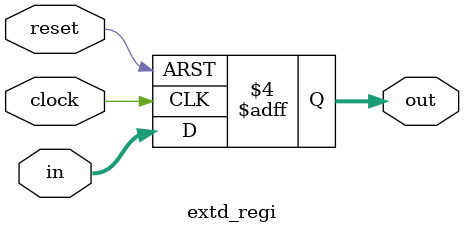
<source format=v>
module extd_regi (
	input clock, 
	input reset, 
	input [15:0] in,
	output reg [15:0] out);
	
	always @(posedge clock or negedge reset) begin
		if (reset == 1'b0) begin
			out <= 16'b0000000000000000;
		end else if (clock == 1'b1) begin
			out <= in;
		end
	end
	
endmodule

</source>
